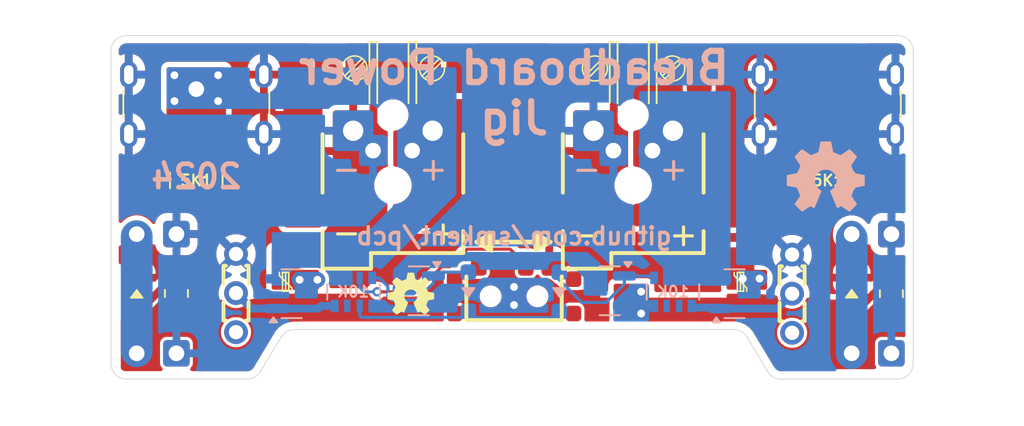
<source format=kicad_pcb>
(kicad_pcb (version 20240108) (generator "pcbnew") (generator_version "8.0")
  (layers (0 "F.Cu" signal) (31 "B.Cu" signal) (34 "B.Paste" user) (35 "F.Paste" user) (36 "B.SilkS" user "B.Silkscreen") (37 "F.SilkS" user "F.Silkscreen") (38 "B.Mask" user) (39 "F.Mask" user) (44 "Edge.Cuts" user))
  (net 0 "")
  (net 1 "GND")
  (net 3 "VOUT_LEFT")
  (net 4 "VOUT_RIGHT")
  (net 5 "Net-(J0-CC2)")
  (net 6 "Net-(J0-CC1)")
  (net 7 "Net-(J4-CC2)")
  (net 8 "Net-(J4-CC1)")
  (net 10 "Net-(Q1-G)")
  (net 12 "Net-(Q2-G)")
  (net 14 "VIN_LEFT")
  (net 15 "VIN_RIGHT")
  (net 16 "Net-(D1-A)")
  (net 17 "Net-(D1-K)")
  (net 18 "Net-(D2-A)")
  (net 20 "Net-(D3-A)")
  (net 21 "Net-(D4-A)")
  (net 24 "VOUT_LEFT_FUSE")
  (net 25 "VOUT_RIGHT_FUSE")
  (net 26 "Net-(RN3B-R2.2)")
  (net 28 "VOUT_BRIDGE")
  (footprint "custom:Conn_Combo_DC-050_TerminalBlock_JST-XH-2P-horizontal-TH-or-SMD_compact" (layer "F.Cu") (at 196.723 84.83)
    (property "Reference" "J1" (hide yes))
    (property "Value" "Barrel_Jack_Switch")
    (pad "" np_thru_hole circle (at 0 -3.55 270) (size 1.5 1.5) (drill 1.5) (layers "F&B.Cu" "*.Mask"))
    (pad "" np_thru_hole circle (at 0 0.95 270) (size 1.9 1.9) (drill 1.9) (layers "F&B.Cu" "*.Mask"))
    (pad "1" smd custom (at 1.23 -1.27) (size 1.4 2) (layers "F.Cu" "F.Paste" "F.Mask") (net 14 "VIN_LEFT") (options (clearance outline) (anchor rect)) (primitives (gr_poly (pts (xy -0.134212 -2.164434) (xy -0.130987 -2.19653) (xy -0.129402 -2.278056) (xy -0.129364 -2.281944) (arc (start -0.129364 -2.38) (mid -0.070786 -2.521423) (end 0.070636 -2.58)) (arc (start 2.41 -2.58) (mid 2.551421 -2.521421) (end 2.61 -2.38)) (arc (start 2.61 2.97) (mid 2.551421 3.111421) (end 2.41 3.17)) (arc (start 0.21 3.17) (mid 0.068579 3.111421) (end 0.01 2.97)) (xy 0.01 2.221795) (xy 0.009968 2.218205) (xy 0.008448 2.133555) (xy 0.00584 2.104752) (xy -0.021869 1.935932) (xy -0.029722 1.904393) (xy -0.083832 1.744002) (xy -0.096689 1.714152) (xy -0.176064 1.564641) (xy -0.193586 1.537268) (xy -0.296127 1.40259) (xy -0.317853 1.378416) (xy -0.440856 1.262124) (xy -0.466209 1.241788) (xy -0.606423 1.146954) (xy -0.634735 1.130993) (xy -0.790096 1.059367) (xy -0.81717 1.049188) (xy -0.900085 1.024694) (xy -0.9 -1.23) (xy -0.820855 -1.256576) (xy -0.791206 -1.269275) (xy -0.645287 -1.346248) (xy -0.614983 -1.365923) (xy -0.486833 -1.466682) (xy -0.460565 -1.491487) (xy -0.352634 -1.613657) (xy -0.331256 -1.642786) (xy -0.247067 -1.782381) (xy -0.231278 -1.814879) (xy -0.173578 -1.967343) (xy -0.163894 -2.002151)) (width 0) (fill yes))))
    (pad "1" thru_hole oval (at 1.23 -1.27 180) (size 1.8 2) (drill 1) (layers "*.Cu" "*.Mask") (net 14 "VIN_LEFT"))
    (pad "1" thru_hole circle (at 2.54 -2.54) (size 2.6 2.6) (drill 1.3) (layers "*.Cu" "*.Mask") (net 14 "VIN_LEFT"))
    (pad "1" smd roundrect (at 5.75 -3.55 270) (size 2 2.5) (layers "F.Cu" "F.Paste" "F.Mask") (roundrect_rratio 0.125) (net 14 "VIN_LEFT"))
    (pad "1" smd roundrect (at 5.75 2.65 270) (size 2 2.5) (layers "F.Cu" "F.Paste" "F.Mask") (roundrect_rratio 0.125) (net 14 "VIN_LEFT"))
    (pad "2" smd roundrect (at -5.75 -3.55 270) (size 2 2.5) (layers "F.Cu" "F.Paste" "F.Mask") (roundrect_rratio 0.125) (net 1 "GND"))
    (pad "2" thru_hole roundrect (at -2.54 -2.54) (size 2.6 2.6) (drill 1.3) (layers "*.Cu" "*.Mask") (roundrect_rratio 0.09615384615) (net 1 "GND"))
    (pad "2" thru_hole roundrect (at -1.27 -1.27 180) (size 1.8 2) (drill 1) (layers "*.Cu" "*.Mask") (roundrect_rratio 0.1388888889) (net 1 "GND"))
    (pad "2" smd custom (at -1.24 -1.24) (size 1.4 2) (layers "F.Cu" "F.Paste" "F.Mask") (net 1 "GND") (options (clearance outline) (anchor rect)) (primitives (gr_poly (pts (xy 0.144212 -2.194434) (xy 0.140987 -2.22653) (xy 0.139402 -2.308056) (xy 0.139364 -2.311944) (arc (start 0.139364 -2.41) (mid 0.080786 -2.551423) (end -0.060636 -2.61)) (arc (start -2.4 -2.61) (mid -2.541421 -2.551421) (end -2.6 -2.41)) (arc (start -2.6 2.94) (mid -2.541421 3.081421) (end -2.4 3.14)) (arc (start -0.2 3.14) (mid -0.058579 3.081421) (end 0 2.94)) (xy 0 2.191795) (xy 0.000032 2.188205) (xy 0.001552 2.103555) (xy 0.00416 2.074752) (xy 0.031869 1.905932) (xy 0.039722 1.874393) (xy 0.093832 1.714002) (xy 0.106689 1.684152) (xy 0.186064 1.534641) (xy 0.203586 1.507268) (xy 0.306127 1.37259) (xy 0.327853 1.348416) (xy 0.450856 1.232124) (xy 0.476209 1.211788) (xy 0.616423 1.116954) (xy 0.644735 1.100993) (xy 0.800096 1.029367) (xy 0.82717 1.019188) (xy 0.910085 0.994694) (xy 0.91 -1.26) (xy 0.830855 -1.286576) (xy 0.801206 -1.299275) (xy 0.655287 -1.376248) (xy 0.624983 -1.395923) (xy 0.496833 -1.496682) (xy 0.470565 -1.521487) (xy 0.362634 -1.643657) (xy 0.341256 -1.672786) (xy 0.257067 -1.812381) (xy 0.241278 -1.844879) (xy 0.183578 -1.997343) (xy 0.173894 -2.032151)) (width 0) (fill yes))))
    (pad "3" smd roundrect (at -5.75 2.65 270) (size 2 2.5) (layers "F.Cu" "F.Paste" "F.Mask") (roundrect_rratio 0.125))
    (pad "4" smd roundrect (at -4.18 -6.5) (size 1.6 3.1) (layers "F.Cu" "F.Paste" "F.Mask") (roundrect_rratio 0.15625))
    (pad "5" smd roundrect (at 4.22 -6.5) (size 1.6 3.1) (layers "F.Cu" "F.Paste" "F.Mask") (roundrect_rratio 0.15625))
  )
  (footprint "Resistor_SMD:R_Array_Convex_4x0603" (layer "F.Cu") (at 224.536 85.471 -90)
    (property "Reference" "RN2" (hide yes))
    (property "Value" "5K1")
    (pad "1" smd rect (at -0.9 -1.2 270) (size 0.8 0.5) (layers "F.Cu" "F.Paste" "F.Mask") (net 1 "GND"))
    (pad "2" smd rect (at -0.9 -0.4 270) (size 0.8 0.4) (layers "F.Cu" "F.Paste" "F.Mask") (net 8 "Net-(J4-CC1)"))
    (pad "3" smd rect (at -0.9 0.4 270) (size 0.8 0.4) (layers "F.Cu" "F.Paste" "F.Mask") (net 7 "Net-(J4-CC2)"))
    (pad "4" smd rect (at -0.9 1.2 270) (size 0.8 0.5) (layers "F.Cu" "F.Paste" "F.Mask") (net 1 "GND"))
    (pad "5" smd rect (at 0.9 1.2 270) (size 0.8 0.5) (layers "F.Cu" "F.Paste" "F.Mask") (net 1 "GND"))
    (pad "6" smd rect (at 0.9 0.4 270) (size 0.8 0.4) (layers "F.Cu" "F.Paste" "F.Mask") (net 1 "GND"))
    (pad "7" smd rect (at 0.9 -0.4 270) (size 0.8 0.4) (layers "F.Cu" "F.Paste" "F.Mask") (net 1 "GND"))
    (pad "8" smd rect (at 0.9 -1.2 270) (size 0.8 0.5) (layers "F.Cu" "F.Paste" "F.Mask") (net 1 "GND"))
  )
  (footprint "lcsc:SW-SMD_3P-P1.50_L2.7-W6.6" (layer "F.Cu") (at 204.47 92.42)
    (property "Reference" "SW3" (hide yes))
    (property "Value" "SW_SPDT")
    (pad "" np_thru_hole circle (at -1.5 0.46) (size 0.9 0.9) (drill 0.9) (layers "F&B.Cu" "*.Mask"))
    (pad "" np_thru_hole circle (at 1.5 0.46) (size 0.9 0.9) (drill 0.9) (layers "F&B.Cu" "*.Mask"))
    (pad "1" smd roundrect (at -2.25 -1.56) (size 1 1.4) (layers "F.Cu" "F.Paste" "F.Mask"))
    (pad "2" smd roundrect (at 0.75 -1.56) (size 1 1.4) (layers "F.Cu" "F.Paste" "F.Mask") (net 26 "Net-(RN3B-R2.2)"))
    (pad "3" smd roundrect (at 2.25 -1.56) (size 1 1.4) (layers "F.Cu" "F.Paste" "F.Mask") (net 1 "GND"))
    (pad "MP" smd roundrect (at -3.8 -0.64) (size 1 1) (layers "F.Cu" "F.Paste" "F.Mask"))
    (pad "MP" smd roundrect (at -3.8 1.56) (size 1 1) (layers "F.Cu" "F.Paste" "F.Mask"))
    (pad "MP" smd roundrect (at 3.8 -0.64) (size 1 1) (layers "F.Cu" "F.Paste" "F.Mask"))
    (pad "MP" smd roundrect (at 3.8 1.56) (size 1 1) (layers "F.Cu" "F.Paste" "F.Mask"))
  )
  (footprint "custom:LED_0805_2012Metric_Pad1.15x1.40mm_HandSolder_simple" (layer "F.Cu") (at 180.34 92.719 -90)
    (property "Reference" "D3" (hide yes))
    (property "Value" "LED")
    (pad "1" smd roundrect (at -1.025 0 270) (size 1.15 1.4) (layers "F.Cu" "F.Paste" "F.Mask") (roundrect_rratio 0.217391) (net 1 "GND"))
    (pad "2" smd roundrect (at 1.025 0 270) (size 1.15 1.4) (layers "F.Cu" "F.Paste" "F.Mask") (roundrect_rratio 0.217391) (net 20 "Net-(D3-A)"))
  )
  (footprint "graphics:oshw-logo-3mm" (layer "F.Cu") (at 197.866 92.71)
    (property "Reference" "G***" (hide yes))
    (property "Value" "LOGO" (hide yes))
  )
  (footprint "custom:Conn_Combo_DC-050_TerminalBlock_JST-XH-2P-horizontal-TH-or-SMD_compact" (layer "F.Cu") (at 212.09 84.83)
    (property "Reference" "J2" (hide yes))
    (property "Value" "Barrel_Jack_Switch")
    (pad "" np_thru_hole circle (at 0 -3.55 270) (size 1.5 1.5) (drill 1.5) (layers "F&B.Cu" "*.Mask"))
    (pad "" np_thru_hole circle (at 0 0.95 270) (size 1.9 1.9) (drill 1.9) (layers "F&B.Cu" "*.Mask"))
    (pad "1" smd custom (at 1.23 -1.27) (size 1.4 2) (layers "F.Cu" "F.Paste" "F.Mask") (net 15 "VIN_RIGHT") (options (clearance outline) (anchor rect)) (primitives (gr_poly (pts (xy -0.134212 -2.164434) (xy -0.130987 -2.19653) (xy -0.129402 -2.278056) (xy -0.129364 -2.281944) (arc (start -0.129364 -2.38) (mid -0.070786 -2.521423) (end 0.070636 -2.58)) (arc (start 2.41 -2.58) (mid 2.551421 -2.521421) (end 2.61 -2.38)) (arc (start 2.61 2.97) (mid 2.551421 3.111421) (end 2.41 3.17)) (arc (start 0.21 3.17) (mid 0.068579 3.111421) (end 0.01 2.97)) (xy 0.01 2.221795) (xy 0.009968 2.218205) (xy 0.008448 2.133555) (xy 0.00584 2.104752) (xy -0.021869 1.935932) (xy -0.029722 1.904393) (xy -0.083832 1.744002) (xy -0.096689 1.714152) (xy -0.176064 1.564641) (xy -0.193586 1.537268) (xy -0.296127 1.40259) (xy -0.317853 1.378416) (xy -0.440856 1.262124) (xy -0.466209 1.241788) (xy -0.606423 1.146954) (xy -0.634735 1.130993) (xy -0.790096 1.059367) (xy -0.81717 1.049188) (xy -0.900085 1.024694) (xy -0.9 -1.23) (xy -0.820855 -1.256576) (xy -0.791206 -1.269275) (xy -0.645287 -1.346248) (xy -0.614983 -1.365923) (xy -0.486833 -1.466682) (xy -0.460565 -1.491487) (xy -0.352634 -1.613657) (xy -0.331256 -1.642786) (xy -0.247067 -1.782381) (xy -0.231278 -1.814879) (xy -0.173578 -1.967343) (xy -0.163894 -2.002151)) (width 0) (fill yes))))
    (pad "1" thru_hole oval (at 1.23 -1.27 180) (size 1.8 2) (drill 1) (layers "*.Cu" "*.Mask") (net 15 "VIN_RIGHT"))
    (pad "1" thru_hole circle (at 2.54 -2.54) (size 2.6 2.6) (drill 1.3) (layers "*.Cu" "*.Mask") (net 15 "VIN_RIGHT"))
    (pad "1" smd roundrect (at 5.75 -3.55 270) (size 2 2.5) (layers "F.Cu" "F.Paste" "F.Mask") (roundrect_rratio 0.125) (net 15 "VIN_RIGHT"))
    (pad "1" smd roundrect (at 5.75 2.65 270) (size 2 2.5) (layers "F.Cu" "F.Paste" "F.Mask") (roundrect_rratio 0.125) (net 15 "VIN_RIGHT"))
    (pad "2" smd roundrect (at -5.75 -3.55 270) (size 2 2.5) (layers "F.Cu" "F.Paste" "F.Mask") (roundrect_rratio 0.125) (net 1 "GND"))
    (pad "2" thru_hole roundrect (at -2.54 -2.54) (size 2.6 2.6) (drill 1.3) (layers "*.Cu" "*.Mask") (roundrect_rratio 0.09615384615) (net 1 "GND"))
    (pad "2" thru_hole roundrect (at -1.27 -1.27 180) (size 1.8 2) (drill 1) (layers "*.Cu" "*.Mask") (roundrect_rratio 0.1388888889) (net 1 "GND"))
    (pad "2" smd custom (at -1.24 -1.24) (size 1.4 2) (layers "F.Cu" "F.Paste" "F.Mask") (net 1 "GND") (options (clearance outline) (anchor rect)) (primitives (gr_poly (pts (xy 0.144212 -2.194434) (xy 0.140987 -2.22653) (xy 0.139402 -2.308056) (xy 0.139364 -2.311944) (arc (start 0.139364 -2.41) (mid 0.080786 -2.551423) (end -0.060636 -2.61)) (arc (start -2.4 -2.61) (mid -2.541421 -2.551421) (end -2.6 -2.41)) (arc (start -2.6 2.94) (mid -2.541421 3.081421) (end -2.4 3.14)) (arc (start -0.2 3.14) (mid -0.058579 3.081421) (end 0 2.94)) (xy 0 2.191795) (xy 0.000032 2.188205) (xy 0.001552 2.103555) (xy 0.00416 2.074752) (xy 0.031869 1.905932) (xy 0.039722 1.874393) (xy 0.093832 1.714002) (xy 0.106689 1.684152) (xy 0.186064 1.534641) (xy 0.203586 1.507268) (xy 0.306127 1.37259) (xy 0.327853 1.348416) (xy 0.450856 1.232124) (xy 0.476209 1.211788) (xy 0.616423 1.116954) (xy 0.644735 1.100993) (xy 0.800096 1.029367) (xy 0.82717 1.019188) (xy 0.910085 0.994694) (xy 0.91 -1.26) (xy 0.830855 -1.286576) (xy 0.801206 -1.299275) (xy 0.655287 -1.376248) (xy 0.624983 -1.395923) (xy 0.496833 -1.496682) (xy 0.470565 -1.521487) (xy 0.362634 -1.643657) (xy 0.341256 -1.672786) (xy 0.257067 -1.812381) (xy 0.241278 -1.844879) (xy 0.183578 -1.997343) (xy 0.173894 -2.032151)) (width 0) (fill yes))))
    (pad "3" smd roundrect (at -5.75 2.65 270) (size 2 2.5) (layers "F.Cu" "F.Paste" "F.Mask") (roundrect_rratio 0.125))
    (pad "4" smd roundrect (at -4.18 -6.5) (size 1.6 3.1) (layers "F.Cu" "F.Paste" "F.Mask") (roundrect_rratio 0.15625))
    (pad "5" smd roundrect (at 4.22 -6.5) (size 1.6 3.1) (layers "F.Cu" "F.Paste" "F.Mask") (roundrect_rratio 0.15625))
  )
  (footprint "custom:LED_0805_2012Metric_Pad1.15x1.40mm_HandSolder_simple" (layer "F.Cu") (at 226.06 92.71 -90)
    (property "Reference" "D4" (hide yes))
    (property "Value" "LED")
    (pad "1" smd roundrect (at -1.025 0 270) (size 1.15 1.4) (layers "F.Cu" "F.Paste" "F.Mask") (roundrect_rratio 0.217391) (net 1 "GND"))
    (pad "2" smd roundrect (at 1.025 0 270) (size 1.15 1.4) (layers "F.Cu" "F.Paste" "F.Mask") (roundrect_rratio 0.217391) (net 21 "Net-(D4-A)"))
  )
  (footprint "custom:SW-TH_DEALON_SS-12D01-GX_simple" (layer "F.Cu") (at 222.25 92.71 90)
    (property "Reference" "SW2" (hide yes))
    (property "Value" "SW_SPDT")
    (pad "1" thru_hole circle (at -2.5 0 90) (size 1.52 1.52) (drill 0.9144) (layers "*.Cu" "*.Mask"))
    (pad "2" thru_hole circle (at 0 0 90) (size 1.52 1.52) (drill 0.9144) (layers "*.Cu" "*.Mask") (net 12 "Net-(Q2-G)"))
    (pad "3" thru_hole circle (at 2.5 0 90) (size 1.52 1.52) (drill 0.9144) (layers "*.Cu" "*.Mask") (net 1 "GND"))
  )
  (footprint "Resistor_SMD:R_0805_2012Metric_Pad1.20x1.40mm_HandSolder" (layer "F.Cu") (at 182.88 92.694 90)
    (property "Reference" "R6" (hide yes))
    (property "Value" "2K2")
    (pad "1" smd roundrect (at -1 0 90) (size 1.2 1.4) (layers "F.Cu" "F.Paste" "F.Mask") (roundrect_rratio 0.208333) (net 3 "VOUT_LEFT"))
    (pad "2" smd roundrect (at 1 0 90) (size 1.2 1.4) (layers "F.Cu" "F.Paste" "F.Mask") (roundrect_rratio 0.208333) (net 20 "Net-(D3-A)"))
  )
  (footprint "custom:Fuse_1206_3216Metric_Pad1.42x1.75mm_HandSolder_simple" (layer "F.Cu") (at 189.865 91.948 -90)
    (property "Reference" "F1" (hide yes))
    (property "Value" "Polyfuse")
    (pad "1" smd roundrect (at -1.4875 0 270) (size 1.425 1.75) (layers "F.Cu" "F.Paste" "F.Mask") (roundrect_rratio 0.175439) (net 24 "VOUT_LEFT_FUSE"))
    (pad "2" smd roundrect (at 1.4875 0 270) (size 1.425 1.75) (layers "F.Cu" "F.Paste" "F.Mask") (roundrect_rratio 0.175439) (net 3 "VOUT_LEFT"))
  )
  (footprint "custom:USB_C_Receptacle_GCT_USB4125-xx-x_6P_TopMnt_Horizontal_handsolder" (layer "F.Cu") (at 224.536 79.502 180)
    (property "Reference" "J4" (hide yes))
    (property "Value" "USB_C_Receptacle_PowerOnly_6P")
    (pad "A5" smd roundrect (at -0.5 -3.28 180) (size 0.7 1.6) (layers "F.Cu" "F.Paste" "F.Mask") (net 8 "Net-(J4-CC1)"))
    (pad "A9" smd roundrect (at 1.52 -3.28) (size 0.76 1.6) (layers "F.Cu" "F.Paste" "F.Mask") (net 15 "VIN_RIGHT"))
    (pad "A12" smd roundrect (at 2.75 -3.28) (size 0.8 1.6) (layers "F.Cu" "F.Paste" "F.Mask") (net 1 "GND"))
    (pad "B5" smd roundrect (at 0.5 -3.28) (size 0.7 1.6) (layers "F.Cu" "F.Paste" "F.Mask") (net 7 "Net-(J4-CC2)"))
    (pad "B9" smd roundrect (at -1.52 -3.28 180) (size 0.76 1.6) (layers "F.Cu" "F.Paste" "F.Mask") (net 15 "VIN_RIGHT"))
    (pad "B12" smd roundrect (at -2.75 -3.28 180) (size 0.8 1.6) (layers "F.Cu" "F.Paste" "F.Mask") (net 1 "GND"))
    (pad "S1" thru_hole oval (at -4.32 -3 180) (size 1.1 1.7) (drill oval 0.6 1.2) (layers "*.Cu" "*.Mask" "F.Paste") (net 1 "GND"))
    (pad "S1" thru_hole oval (at -4.32 0.8 180) (size 1.1 1.7) (drill oval 0.6 1.2) (layers "*.Cu" "*.Mask" "F.Paste") (net 1 "GND"))
    (pad "S1" thru_hole oval (at 4.32 -3 180) (size 1.1 1.7) (drill oval 0.6 1.2) (layers "*.Cu" "*.Mask" "F.Paste") (net 1 "GND"))
    (pad "S1" thru_hole oval (at 4.32 0.8 180) (size 1.1 1.7) (drill oval 0.6 1.2) (layers "*.Cu" "*.Mask" "F.Paste") (net 1 "GND"))
  )
  (footprint "Resistor_SMD:R_Array_Convex_4x0603" (layer "F.Cu") (at 184.15 85.471 -90)
    (property "Reference" "RN1" (hide yes))
    (property "Value" "5K1")
    (pad "1" smd rect (at -0.9 -1.2 270) (size 0.8 0.5) (layers "F.Cu" "F.Paste" "F.Mask") (net 1 "GND"))
    (pad "2" smd rect (at -0.9 -0.4 270) (size 0.8 0.4) (layers "F.Cu" "F.Paste" "F.Mask") (net 6 "Net-(J0-CC1)"))
    (pad "3" smd rect (at -0.9 0.4 270) (size 0.8 0.4) (layers "F.Cu" "F.Paste" "F.Mask") (net 5 "Net-(J0-CC2)"))
    (pad "4" smd rect (at -0.9 1.2 270) (size 0.8 0.5) (layers "F.Cu" "F.Paste" "F.Mask") (net 1 "GND"))
    (pad "5" smd rect (at 0.9 1.2 270) (size 0.8 0.5) (layers "F.Cu" "F.Paste" "F.Mask") (net 1 "GND"))
    (pad "6" smd rect (at 0.9 0.4 270) (size 0.8 0.4) (layers "F.Cu" "F.Paste" "F.Mask") (net 1 "GND"))
    (pad "7" smd rect (at 0.9 -0.4 270) (size 0.8 0.4) (layers "F.Cu" "F.Paste" "F.Mask") (net 1 "GND"))
    (pad "8" smd rect (at 0.9 -1.2 270) (size 0.8 0.5) (layers "F.Cu" "F.Paste" "F.Mask") (net 1 "GND"))
  )
  (footprint "custom:SW-TH_DEALON_SS-12D01-GX_simple" (layer "F.Cu") (at 186.69 92.67 90)
    (property "Reference" "SW1" (hide yes))
    (property "Value" "SW_SPDT")
    (pad "1" thru_hole circle (at -2.5 0 90) (size 1.52 1.52) (drill 0.9144) (layers "*.Cu" "*.Mask"))
    (pad "2" thru_hole circle (at 0 0 90) (size 1.52 1.52) (drill 0.9144) (layers "*.Cu" "*.Mask") (net 10 "Net-(Q1-G)"))
    (pad "3" thru_hole circle (at 2.5 0 90) (size 1.52 1.52) (drill 0.9144) (layers "*.Cu" "*.Mask") (net 1 "GND"))
  )
  (footprint "Resistor_SMD:R_0805_2012Metric_Pad1.20x1.40mm_HandSolder" (layer "F.Cu") (at 228.6 92.71 90)
    (property "Reference" "R7" (hide yes))
    (property "Value" "2K2")
    (pad "1" smd roundrect (at -1 0 90) (size 1.2 1.4) (layers "F.Cu" "F.Paste" "F.Mask") (roundrect_rratio 0.208333) (net 4 "VOUT_RIGHT"))
    (pad "2" smd roundrect (at 1 0 90) (size 1.2 1.4) (layers "F.Cu" "F.Paste" "F.Mask") (roundrect_rratio 0.208333) (net 21 "Net-(D4-A)"))
  )
  (footprint "custom:USB_C_Receptacle_GCT_USB4125-xx-x_6P_TopMnt_Horizontal_handsolder" (layer "F.Cu") (at 184.152 79.502 180)
    (property "Reference" "J0" (hide yes))
    (property "Value" "USB_C_Receptacle_PowerOnly_6P")
    (pad "A5" smd roundrect (at -0.5 -3.28 180) (size 0.7 1.6) (layers "F.Cu" "F.Paste" "F.Mask") (net 6 "Net-(J0-CC1)"))
    (pad "A9" smd roundrect (at 1.52 -3.28) (size 0.76 1.6) (layers "F.Cu" "F.Paste" "F.Mask") (net 14 "VIN_LEFT"))
    (pad "A12" smd roundrect (at 2.75 -3.28) (size 0.8 1.6) (layers "F.Cu" "F.Paste" "F.Mask") (net 1 "GND"))
    (pad "B5" smd roundrect (at 0.5 -3.28) (size 0.7 1.6) (layers "F.Cu" "F.Paste" "F.Mask") (net 5 "Net-(J0-CC2)"))
    (pad "B9" smd roundrect (at -1.52 -3.28 180) (size 0.76 1.6) (layers "F.Cu" "F.Paste" "F.Mask") (net 14 "VIN_LEFT"))
    (pad "B12" smd roundrect (at -2.75 -3.28 180) (size 0.8 1.6) (layers "F.Cu" "F.Paste" "F.Mask") (net 1 "GND"))
    (pad "S1" thru_hole oval (at -4.32 -3 180) (size 1.1 1.7) (drill oval 0.6 1.2) (layers "*.Cu" "*.Mask" "F.Paste") (net 1 "GND"))
    (pad "S1" thru_hole oval (at -4.32 0.8 180) (size 1.1 1.7) (drill oval 0.6 1.2) (layers "*.Cu" "*.Mask" "F.Paste") (net 1 "GND"))
    (pad "S1" thru_hole oval (at 4.32 -3 180) (size 1.1 1.7) (drill oval 0.6 1.2) (layers "*.Cu" "*.Mask" "F.Paste") (net 1 "GND"))
    (pad "S1" thru_hole oval (at 4.32 0.8 180) (size 1.1 1.7) (drill oval 0.6 1.2) (layers "*.Cu" "*.Mask" "F.Paste") (net 1 "GND"))
  )
  (footprint "custom:Fuse_1206_3216Metric_Pad1.42x1.75mm_HandSolder_simple" (layer "F.Cu") (at 218.948 91.948 -90)
    (property "Reference" "F2" (hide yes))
    (property "Value" "Polyfuse")
    (pad "1" smd roundrect (at -1.4875 0 270) (size 1.425 1.75) (layers "F.Cu" "F.Paste" "F.Mask") (roundrect_rratio 0.175439) (net 25 "VOUT_RIGHT_FUSE"))
    (pad "2" smd roundrect (at 1.4875 0 270) (size 1.425 1.75) (layers "F.Cu" "F.Paste" "F.Mask") (roundrect_rratio 0.175439) (net 4 "VOUT_RIGHT"))
  )
  (footprint "custom:SolderJumper-2_P1.3mm_Open_RoundedPad1.0x1.5mm_simple" (layer "F.Cu") (at 210.708 93.726)
    (property "Reference" "JP1" (hide yes))
    (property "Value" "SolderJumper_2_Open")
    (pad "1" smd custom (at -0.65 0) (size 1 0.5) (layers "F.Cu" "F.Mask") (net 3 "VOUT_LEFT") (options (clearance outline) (anchor rect)) (primitives (gr_circle (center 0 0.25) (end 0.5 0.25) (width 0) (fill yes)) (gr_circle (center 0 -0.25) (end 0.5 -0.25) (width 0) (fill yes)) (gr_poly (pts (xy 0.5 0.75) (xy 0 0.75) (xy 0 -0.75) (xy 0.5 -0.75)) (width 0) (fill yes))))
    (pad "2" smd custom (at 0.65 0) (size 1 0.5) (layers "F.Cu" "F.Mask") (net 4 "VOUT_RIGHT") (options (clearance outline) (anchor rect)) (primitives (gr_circle (center 0 0.25) (end 0.5 0.25) (width 0) (fill yes)) (gr_circle (center 0 -0.25) (end 0.5 -0.25) (width 0) (fill yes)) (gr_poly (pts (xy 0 0.75) (xy -0.5 0.75) (xy -0.5 -0.75) (xy 0 -0.75)) (width 0) (fill yes))))
  )
  (footprint "custom:PinHeader_1x02_P2.54mm_Vertical_simple_pad2gnd" (layer "B.Cu") (at 180.34 96.52 -90)
    (property "Reference" "JLEFT1" (hide yes))
    (property "Value" "Conn_01x02")
    (pad "1" thru_hole oval (at 0 0 270) (size 1.7 1.7) (drill 1) (layers "*.Cu" "*.Mask") (net 3 "VOUT_LEFT"))
    (pad "2" thru_hole roundrect (at 0 -2.54 270) (size 1.7 1.7) (drill 1) (layers "*.Cu" "*.Mask") (roundrect_rratio 0.1470588235) (net 1 "GND"))
  )
  (footprint "Package_TO_SOT_SMD:SOT-23" (layer "B.Cu") (at 198.374 92.523 180)
    (property "Reference" "Q3" (hide yes))
    (property "Value" "AO3401A")
    (pad "1" smd roundrect (at -0.9375 0.95 180) (size 1.475 0.6) (layers "B.Cu" "B.Paste" "B.Mask") (net 16 "Net-(D1-A)"))
    (pad "2" smd roundrect (at -0.9375 -0.95 180) (size 1.475 0.6) (layers "B.Cu" "B.Paste" "B.Mask") (net 3 "VOUT_LEFT"))
    (pad "3" smd roundrect (at 0.9375 0 180) (size 1.475 0.6) (layers "B.Cu" "B.Paste" "B.Mask") (net 28 "VOUT_BRIDGE"))
  )
  (footprint "Package_TO_SOT_SMD:SOT-23" (layer "B.Cu") (at 210.5891 92.523 180)
    (property "Reference" "Q4" (hide yes))
    (property "Value" "AO3401A")
    (pad "1" smd roundrect (at -0.9375 0.95 180) (size 1.475 0.6) (layers "B.Cu" "B.Paste" "B.Mask") (net 18 "Net-(D2-A)"))
    (pad "2" smd roundrect (at -0.9375 -0.95 180) (size 1.475 0.6) (layers "B.Cu" "B.Paste" "B.Mask") (net 4 "VOUT_RIGHT"))
    (pad "3" smd roundrect (at 0.9375 0 180) (size 1.475 0.6) (layers "B.Cu" "B.Paste" "B.Mask") (net 28 "VOUT_BRIDGE"))
  )
  (footprint "Package_TO_SOT_SMD:SOT-23" (layer "B.Cu") (at 218.567 92.71)
    (property "Reference" "Q2" (hide yes))
    (property "Value" "AO3401A")
    (pad "1" smd roundrect (at -0.9375 0.95) (size 1.475 0.6) (layers "B.Cu" "B.Paste" "B.Mask") (net 12 "Net-(Q2-G)"))
    (pad "2" smd roundrect (at -0.9375 -0.95) (size 1.475 0.6) (layers "B.Cu" "B.Paste" "B.Mask") (net 15 "VIN_RIGHT"))
    (pad "3" smd roundrect (at 0.9375 0) (size 1.475 0.6) (layers "B.Cu" "B.Paste" "B.Mask") (net 25 "VOUT_RIGHT_FUSE"))
  )
  (footprint "custom:PinHeader_1x02_P2.54mm_Vertical_simple_pad2gnd" (layer "B.Cu") (at 180.34 88.9 -90)
    (property "Reference" "JLEFT0" (hide yes))
    (property "Value" "Conn_01x02")
    (pad "1" thru_hole oval (at 0 0 270) (size 1.7 1.7) (drill 1) (layers "*.Cu" "*.Mask") (net 3 "VOUT_LEFT"))
    (pad "2" thru_hole roundrect (at 0 -2.54 270) (size 1.7 1.7) (drill 1) (layers "*.Cu" "*.Mask") (roundrect_rratio 0.1470588235) (net 1 "GND"))
  )
  (footprint "custom:PinHeader_1x02_P2.54mm_Vertical_simple_pad2gnd" (layer "B.Cu") (at 226.06 96.52 -90)
    (property "Reference" "JRIGHT1" (hide yes))
    (property "Value" "Conn_01x02")
    (pad "1" thru_hole oval (at 0 0 270) (size 1.7 1.7) (drill 1) (layers "*.Cu" "*.Mask") (net 4 "VOUT_RIGHT"))
    (pad "2" thru_hole roundrect (at 0 -2.54 270) (size 1.7 1.7) (drill 1) (layers "*.Cu" "*.Mask") (roundrect_rratio 0.1470588235) (net 1 "GND"))
  )
  (footprint "custom:D_SOD-323_HandSoldering_simple" (layer "B.Cu") (at 201.549 92.583 90)
    (property "Reference" "D1" (hide yes))
    (property "Value" "1N4148WS")
    (pad "1" smd roundrect (at -1.25 0 90) (size 1 1) (layers "B.Cu" "B.Paste" "B.Mask") (net 17 "Net-(D1-K)"))
    (pad "2" smd roundrect (at 1.25 0 90) (size 1 1) (layers "B.Cu" "B.Paste" "B.Mask") (net 16 "Net-(D1-A)"))
  )
  (footprint "Resistor_SMD:R_Array_Convex_4x0603" (layer "B.Cu") (at 194.202 92.594 90)
    (property "Reference" "RN3" (hide yes))
    (property "Value" "10K")
    (pad "1" smd rect (at -0.9 1.2 90) (size 0.8 0.5) (layers "B.Cu" "B.Paste" "B.Mask") (net 3 "VOUT_LEFT"))
    (pad "2" smd rect (at -0.9 0.4 90) (size 0.8 0.4) (layers "B.Cu" "B.Paste" "B.Mask") (net 17 "Net-(D1-K)"))
    (pad "3" smd rect (at -0.9 -0.4 90) (size 0.8 0.4) (layers "B.Cu" "B.Paste" "B.Mask"))
    (pad "4" smd rect (at -0.9 -1.2 90) (size 0.8 0.5) (layers "B.Cu" "B.Paste" "B.Mask") (net 10 "Net-(Q1-G)"))
    (pad "5" smd rect (at 0.9 -1.2 90) (size 0.8 0.5) (layers "B.Cu" "B.Paste" "B.Mask") (net 14 "VIN_LEFT"))
    (pad "6" smd rect (at 0.9 -0.4 90) (size 0.8 0.4) (layers "B.Cu" "B.Paste" "B.Mask") (net 14 "VIN_LEFT"))
    (pad "7" smd rect (at 0.9 0.4 90) (size 0.8 0.4) (layers "B.Cu" "B.Paste" "B.Mask") (net 26 "Net-(RN3B-R2.2)"))
    (pad "8" smd rect (at 0.9 1.2 90) (size 0.8 0.5) (layers "B.Cu" "B.Paste" "B.Mask") (net 16 "Net-(D1-A)"))
  )
  (footprint "graphics:oshw-logo-5mm" (layer "B.Cu") (at 224.409 85.217 180)
    (property "Reference" "G***" (hide yes))
    (property "Value" "LOGO" (hide yes))
  )
  (footprint "custom:PinHeader_1x02_P2.54mm_Vertical_simple_pad2gnd" (layer "B.Cu") (at 226.06 88.9 -90)
    (property "Reference" "JRIGHT0" (hide yes))
    (property "Value" "Conn_01x02")
    (pad "1" thru_hole oval (at 0 0 270) (size 1.7 1.7) (drill 1) (layers "*.Cu" "*.Mask") (net 4 "VOUT_RIGHT"))
    (pad "2" thru_hole roundrect (at 0 -2.54 270) (size 1.7 1.7) (drill 1) (layers "*.Cu" "*.Mask") (roundrect_rratio 0.1470588235) (net 1 "GND"))
  )
  (footprint "Resistor_SMD:R_Array_Convex_4x0603" (layer "B.Cu") (at 214.63 92.594 -90)
    (property "Reference" "RN4" (hide yes))
    (property "Value" "10K")
    (pad "1" smd rect (at -0.9 1.2 270) (size 0.8 0.5) (layers "B.Cu" "B.Paste" "B.Mask") (net 18 "Net-(D2-A)"))
    (pad "2" smd rect (at -0.9 0.4 270) (size 0.8 0.4) (layers "B.Cu" "B.Paste" "B.Mask") (net 15 "VIN_RIGHT"))
    (pad "3" smd rect (at -0.9 -0.4 270) (size 0.8 0.4) (layers "B.Cu" "B.Paste" "B.Mask") (net 15 "VIN_RIGHT"))
    (pad "4" smd rect (at -0.9 -1.2 270) (size 0.8 0.5) (layers "B.Cu" "B.Paste" "B.Mask") (net 15 "VIN_RIGHT"))
    (pad "5" smd rect (at 0.9 -1.2 270) (size 0.8 0.5) (layers "B.Cu" "B.Paste" "B.Mask") (net 12 "Net-(Q2-G)"))
    (pad "6" smd rect (at 0.9 -0.4 270) (size 0.8 0.4) (layers "B.Cu" "B.Paste" "B.Mask"))
    (pad "7" smd rect (at 0.9 0.4 270) (size 0.8 0.4) (layers "B.Cu" "B.Paste" "B.Mask"))
    (pad "8" smd rect (at 0.9 1.2 270) (size 0.8 0.5) (layers "B.Cu" "B.Paste" "B.Mask") (net 4 "VOUT_RIGHT"))
  )
  (footprint "custom:D_SOD-323_HandSoldering_simple" (layer "B.Cu") (at 207.3656 92.583 90)
    (property "Reference" "D2" (hide yes))
    (property "Value" "1N4148WS")
    (pad "1" smd roundrect (at -1.25 0 90) (size 1 1) (layers "B.Cu" "B.Paste" "B.Mask") (net 17 "Net-(D1-K)"))
    (pad "2" smd roundrect (at 1.25 0 90) (size 1 1) (layers "B.Cu" "B.Paste" "B.Mask") (net 18 "Net-(D2-A)"))
  )
  (footprint "Package_TO_SOT_SMD:SOT-23" (layer "B.Cu") (at 190.246 92.71)
    (property "Reference" "Q1" (hide yes))
    (property "Value" "AO3401A")
    (pad "1" smd roundrect (at -0.9375 0.95) (size 1.475 0.6) (layers "B.Cu" "B.Paste" "B.Mask") (net 10 "Net-(Q1-G)"))
    (pad "2" smd roundrect (at -0.9375 -0.95) (size 1.475 0.6) (layers "B.Cu" "B.Paste" "B.Mask") (net 14 "VIN_LEFT"))
    (pad "3" smd roundrect (at 0.9375 0) (size 1.475 0.6) (layers "B.Cu" "B.Paste" "B.Mask") (net 24 "VOUT_LEFT_FUSE"))
  )
  (gr_poly (pts (xy 205.867 88.9) (xy 206.756 89.408) (xy 205.867 89.916)) (stroke (width 0.3)) (fill solid) (layer "F.SilkS"))
  (gr_line (start 202.091394 89.408) (end 206.756 89.408) (stroke (width 0.3)) (layer "F.SilkS"))
  (gr_poly (pts (xy 202.980394 88.9) (xy 202.091394 89.408) (xy 202.980394 89.916)) (stroke (width 0.3)) (fill solid) (layer "F.SilkS"))
  (gr_poly (pts (arc (start 187.39381 98.171) (mid 187.886509 98.041199) (end 188.251303 97.685495)) (arc (start 189.573697 95.481504) (mid 189.938491 95.1258) (end 190.43119 94.996)) (arc (start 218.50881 94.996) (mid 219.001509 95.1258) (end 219.366303 95.481504)) (arc (start 220.688697 97.685495) (mid 221.053491 98.0412) (end 221.54619 98.171)) (arc (start 228.997 98.171) (mid 229.704107 97.878107) (end 229.997 97.171)) (arc (start 229.997 77.2) (mid 229.704107 76.492893) (end 228.997 76.2)) (arc (start 179.689 76.2) (mid 178.981893 76.492893) (end 178.689 77.2)) (arc (start 178.689 97.171) (mid 178.981893 97.878107) (end 179.689 98.171))) (stroke (width 0.05)) (fill none) (layer "Edge.Cuts"))
  (gr_text "10K" (at 214.63 92.583 0) (layer "B.SilkS") (effects (font (size 0.7 0.7) (thickness 0.14) (bold yes)) (justify mirror)))
  (gr_text "-" (at 210.185 84.709 0) (layer "B.SilkS") (effects (font (size 1.5 1.5) (thickness 0.2) (bold yes)) (justify left mirror)))
  (gr_text "+" (at 198.247 84.709 0) (layer "B.SilkS") (effects (font (size 1.5 1.5) (thickness 0.2) (bold yes)) (justify right mirror)))
  (gr_text "10K" (at 194.183 92.583 0) (layer "B.SilkS") (effects (font (size 0.7 0.7) (thickness 0.14) (bold yes)) (justify mirror)))
  (gr_text "2024" (at 184.15 85.217 0) (layer "B.SilkS") (effects (font (size 1.5 1.5) (thickness 0.3) (bold yes)) (justify mirror)))
  (gr_text "Breadboard Power\nJig" (at 204.47 79.883 0) (layer "B.SilkS") (effects (font (size 2 2) (thickness 0.4) (bold yes)) (justify mirror)))
  (gr_text "+" (at 213.614 84.709 0) (layer "B.SilkS") (effects (font (size 1.5 1.5) (thickness 0.2) (bold yes)) (justify right mirror)))
  (gr_text "github.com/smkent/pcb" (at 204.47 89.027 0) (layer "B.SilkS") (effects (font (size 1.1 1.1) (thickness 0.22) (bold yes)) (justify mirror)))
  (gr_text "-" (at 194.818 84.709 0) (layer "B.SilkS") (effects (font (size 1.5 1.5) (thickness 0.2) (bold yes)) (justify left mirror)))
  (gr_text "-" (at 210.185 88.9 0) (layer "F.SilkS") (effects (font (size 1.5 1.5) (thickness 0.2) (bold yes)) (justify right)))
  (gr_text "+" (at 198.882 88.773 0) (layer "F.SilkS") (effects (font (size 1.5 1.5) (thickness 0.2) (bold yes)) (justify left)))
  (gr_text "5K1" (at 184.15 85.471 0) (layer "F.SilkS") (effects (font (size 0.7 0.7) (thickness 0.14) (bold yes))))
  (gr_text "-" (at 194.818 88.773 0) (layer "F.SilkS") (effects (font (size 1.5 1.5) (thickness 0.2) (bold yes)) (justify right)))
  (gr_text "+" (at 214.249 88.9 0) (layer "F.SilkS") (effects (font (size 1.5 1.5) (thickness 0.2) (bold yes)) (justify left)))
  (gr_text "5K1" (at 224.536 85.471 0) (layer "F.SilkS") (effects (font (size 0.7 0.7) (thickness 0.14) (bold yes))))
  (via (at 204.47 92.277) (size 1) (drill 0.5) (layers "F.Cu" "B.Cu") (net 3))
  (via (at 204.47 93.434) (size 1) (drill 0.5) (layers "F.Cu" "B.Cu") (net 3))
  (segment (start 195.581 93.673) (end 195.402 93.494) (width 0.5) (layer "B.Cu") (net 3))
  (segment (start 204.47 92.277) (end 204.47 93.434) (width 0.5) (layer "B.Cu") (net 3))
  (segment (start 199.3115 93.473) (end 199.1115 93.673) (width 0.5) (layer "B.Cu") (net 3))
  (segment (start 204.123 91.93) (end 202.576497 91.93) (width 0.5) (layer "B.Cu") (net 3))
  (segment (start 199.1115 93.673) (end 195.581 93.673) (width 0.5) (layer "B.Cu") (net 3))
  (segment (start 199.9015 92.883) (end 199.3115 93.473) (width 0.5) (layer "B.Cu") (net 3))
  (segment (start 201.623497 92.883) (end 199.9015 92.883) (width 0.5) (layer "B.Cu") (net 3))
  (segment (start 202.576497 91.93) (end 201.623497 92.883) (width 0.5) (layer "B.Cu") (net 3))
  (segment (start 204.47 92.277) (end 204.123 91.93) (width 0.5) (layer "B.Cu") (net 3))
  (via (at 212.598 93.98) (size 1) (drill 0.5) (layers "F.Cu" "B.Cu") (net 4))
  (via (at 212.598 92.583) (size 1) (drill 0.5) (layers "F.Cu" "B.Cu") (net 4))
  (segment (start 211.5266 93.473) (end 212.091 93.473) (width 0.5) (layer "B.Cu") (net 4))
  (segment (start 213.105 93.473) (end 213.409 93.473) (width 0.5) (layer "B.Cu") (net 4))
  (segment (start 212.598 93.98) (end 213.105 93.473) (width 0.5) (layer "B.Cu") (net 4))
  (segment (start 213.409 93.473) (end 213.43 93.494) (width 0.5) (layer "B.Cu") (net 4))
  (segment (start 212.091 93.473) (end 212.598 93.98) (width 0.5) (layer "B.Cu") (net 4))
  (segment (start 183.75 84.571) (end 183.652 84.473) (width 0.2) (layer "F.Cu") (net 5))
  (segment (start 183.652 84.473) (end 183.652 82.82) (width 0.2) (layer "F.Cu") (net 5))
  (segment (start 184.55 84.571) (end 184.55 82.884) (width 0.2) (layer "F.Cu") (net 6))
  (segment (start 184.652 82.782) (end 184.652 82.82) (width 0.2) (layer "F.Cu") (net 6))
  (segment (start 184.55 82.884) (end 184.652 82.782) (width 0.2) (layer "F.Cu") (net 6))
  (segment (start 224.136 84.571) (end 224.136 82.882) (width 0.2) (layer "F.Cu") (net 7))
  (segment (start 224.136 82.882) (end 224.036 82.782) (width 0.2) (layer "F.Cu") (net 7))
  (segment (start 224.936 82.882) (end 225.036 82.782) (width 0.2) (layer "F.Cu") (net 8))
  (segment (start 224.936 84.571) (end 224.936 82.882) (width 0.2) (layer "F.Cu") (net 8))
  (segment (start 192.129 93.494) (end 191.963 93.66) (width 0.5) (layer "B.Cu") (net 10))
  (segment (start 187.68 93.66) (end 186.69 92.67) (width 0.5) (layer "B.Cu") (net 10))
  (segment (start 189.3085 93.66) (end 187.68 93.66) (width 0.5) (layer "B.Cu") (net 10))
  (segment (start 191.963 93.66) (end 189.3085 93.66) (width 0.5) (layer "B.Cu") (net 10))
  (segment (start 193.002 93.494) (end 192.129 93.494) (width 0.5) (layer "B.Cu") (net 10))
  (segment (start 217.5685 93.599) (end 217.6295 93.66) (width 0.5) (layer "B.Cu") (net 12))
  (segment (start 217.6295 93.66) (end 221.3 93.66) (width 0.5) (layer "B.Cu") (net 12))
  (segment (start 215.935 93.599) (end 217.5685 93.599) (width 0.5) (layer "B.Cu") (net 12))
  (segment (start 221.3 93.66) (end 222.25 92.71) (width 0.5) (layer "B.Cu") (net 12))
  (segment (start 215.83 93.494) (end 215.935 93.599) (width 0.5) (layer "B.Cu") (net 12))
  (segment (start 183.16149 81.407) (end 185.14251 81.407) (width 0.75) (layer "F.Cu") (net 14))
  (segment (start 182.632 81.93649) (end 183.16149 81.407) (width 0.75) (layer "F.Cu") (net 14))
  (segment (start 185.672 81.93649) (end 185.672 82.782) (width 0.75) (layer "F.Cu") (net 14))
  (segment (start 185.14251 81.407) (end 185.672 81.93649) (width 0.75) (layer "F.Cu") (net 14))
  (segment (start 185.672 82.148442) (end 185.672 82.82) (width 0.75) (layer "F.Cu") (net 14))
  (segment (start 182.632 82.782) (end 182.632 81.93649) (width 0.75) (layer "F.Cu") (net 14))
  (via (at 182.753 78.74) (size 1) (drill 0.5) (layers "F.Cu" "B.Cu") (net 14))
  (via (at 185.547 78.74) (size 1) (drill 0.5) (layers "F.Cu" "B.Cu") (net 14))
  (via (at 184.15 79.629) (size 2) (drill 1) (layers "F.Cu" "B.Cu") (net 14))
  (via (at 185.547 80.391) (size 1) (drill 0.5) (layers "F.Cu" "B.Cu") (net 14))
  (via (at 182.753 80.391) (size 1) (drill 0.5) (layers "F.Cu" "B.Cu") (net 14))
  (segment (start 223.016 82.782) (end 223.016 81.93649) (width 0.75) (layer "F.Cu") (net 15))
  (segment (start 226.056 81.93649) (end 226.056 82.782) (width 0.75) (layer "F.Cu") (net 15))
  (segment (start 225.52651 81.407) (end 226.056 81.93649) (width 0.75) (layer "F.Cu") (net 15))
  (segment (start 223.54549 81.407) (end 225.52651 81.407) (width 0.75) (layer "F.Cu") (net 15))
  (segment (start 223.016 81.93649) (end 223.54549 81.407) (width 0.75) (layer "F.Cu") (net 15))
  (segment (start 199.3115 92.026052) (end 199.3115 91.573) (width 0.2) (layer "B.Cu") (net 16))
  (segment (start 198.214552 93.123) (end 199.3115 92.026052) (width 0.2) (layer "B.Cu") (net 16))
  (segment (start 195.402 91.694) (end 195.852 91.694) (width 0.2) (layer "B.Cu") (net 16))
  (segment (start 201.549 91.333) (end 199.5515 91.333) (width 0.2) (layer "B.Cu") (net 16))
  (segment (start 199.5515 91.333) (end 199.3115 91.573) (width 0.2) (layer "B.Cu") (net 16))
  (segment (start 196.399 92.241) (end 196.399 92.863552) (width 0.2) (layer "B.Cu") (net 16))
  (segment (start 195.852 91.694) (end 196.399 92.241) (width 0.2) (layer "B.Cu") (net 16))
  (segment (start 196.399 92.863552) (end 196.658448 93.123) (width 0.2) (layer "B.Cu") (net 16))
  (segment (start 196.658448 93.123) (end 198.214552 93.123) (width 0.2) (layer "B.Cu") (net 16))
  (segment (start 201.549 93.833) (end 201.95 94.234) (width 0.2) (layer "B.Cu") (net 17))
  (segment (start 194.602 94.094) (end 194.602 93.494) (width 0.2) (layer "B.Cu") (net 17))
  (segment (start 201.549 93.833) (end 201.159 94.223) (width 0.2) (layer "B.Cu") (net 17))
  (segment (start 201.95 94.234) (end 206.9646 94.234) (width 0.2) (layer "B.Cu") (net 17))
  (segment (start 206.9646 94.234) (end 207.3656 93.833) (width 0.2) (layer "B.Cu") (net 17))
  (segment (start 194.731 94.223) (end 194.602 94.094) (width 0.2) (layer "B.Cu") (net 17))
  (segment (start 201.159 94.223) (end 194.731 94.223) (width 0.2) (layer "B.Cu") (net 17))
  (segment (start 213.309 91.573) (end 213.43 91.694) (width 0.2) (layer "B.Cu") (net 18))
  (segment (start 210.352748 93.2688) (end 211.5266 92.094948) (width 0.2) (layer "B.Cu") (net 18))
  (segment (start 207.3656 91.833) (end 208.8014 93.2688) (width 0.2) (layer "B.Cu") (net 18))
  (segment (start 208.8014 93.2688) (end 210.352748 93.2688) (width 0.2) (layer "B.Cu") (net 18))
  (segment (start 211.5266 91.573) (end 213.309 91.573) (width 0.2) (layer "B.Cu") (net 18))
  (segment (start 211.5266 92.094948) (end 211.5266 91.573) (width 0.2) (layer "B.Cu") (net 18))
  (segment (start 207.3656 91.333) (end 207.3656 91.833) (width 0.2) (layer "B.Cu") (net 18))
  (segment (start 182.88 91.694) (end 182.626 91.694) (width 0.5) (layer "F.Cu") (net 20))
  (segment (start 180.576 93.744) (end 180.34 93.744) (width 0.5) (layer "F.Cu") (net 20))
  (segment (start 182.626 91.694) (end 180.576 93.744) (width 0.5) (layer "F.Cu") (net 20))
  (segment (start 226.4365 93.735) (end 226.06 93.735) (width 0.5) (layer "F.Cu") (net 21))
  (segment (start 228.6 91.71) (end 228.4615 91.71) (width 0.5) (layer "F.Cu") (net 21))
  (segment (start 228.4615 91.71) (end 226.4365 93.735) (width 0.5) (layer "F.Cu") (net 21))
  (via (at 191.897 91.821) (size 1) (drill 0.5) (layers "F.Cu" "B.Cu") (net 24))
  (via (at 190.754 91.821) (size 1) (drill 0.5) (layers "F.Cu" "B.Cu") (net 24))
  (via (at 219.1004 91.7448) (size 1) (drill 0.5) (layers "F.Cu" "B.Cu") (net 25))
  (via (at 220.1672 91.7448) (size 1) (drill 0.5) (layers "F.Cu" "B.Cu") (net 25))
  (segment (start 195.714318 92.590103) (end 198.239897 92.590103) (width 0.2) (layer "F.Cu") (net 26))
  (segment (start 200.358 90.98) (end 201.478 89.86) (width 0.2) (layer "F.Cu") (net 26))
  (segment (start 204.22 89.86) (end 205.22 90.86) (width 0.2) (layer "F.Cu") (net 26))
  (segment (start 201.478 89.86) (end 204.22 89.86) (width 0.2) (layer "F.Cu") (net 26))
  (segment (start 199.85 90.98) (end 200.358 90.98) (width 0.2) (layer "F.Cu") (net 26))
  (segment (start 198.239897 92.590103) (end 199.85 90.98) (width 0.2) (layer "F.Cu") (net 26))
  (via (at 195.714318 92.590103) (size 0.6) (drill 0.3) (layers "F.Cu" "B.Cu") (net 26))
  (segment (start 195.714318 92.590103) (end 194.898103 92.590103) (width 0.2) (layer "B.Cu") (net 26))
  (segment (start 194.602 92.294) (end 194.602 91.694) (width 0.2) (layer "B.Cu") (net 26))
  (segment (start 194.898103 92.590103) (end 194.602 92.294) (width 0.2) (layer "B.Cu") (net 26))
  (segment (start 198.921116 90.3732) (end 207.9752 90.3732) (width 0.5) (layer "B.Cu") (net 28))
  (segment (start 197.4365 91.857816) (end 198.921116 90.3732) (width 0.5) (layer "B.Cu") (net 28))
  (segment (start 209.6516 92.0496) (end 209.6516 92.523) (width 0.5) (layer "B.Cu") (net 28))
  (segment (start 207.9752 90.3732) (end 209.6516 92.0496) (width 0.5) (layer "B.Cu") (net 28))
  (segment (start 197.4365 92.523) (end 197.4365 91.857816) (width 0.5) (layer "B.Cu") (net 28))
  (zone (net 14) (net_name "VIN_LEFT") (layer "F.Cu") (priority 4) (connect_pads yes (clearance 0.35)) (min_thickness 0.25) (fill yes (thermal_gap 0.5) (thermal_bridge_width 0.5))
    (polygon (pts (xy 182.245 82.677) (xy 186.055 82.677) (xy 186.055 78.232) (xy 182.245 78.232)))
  )
  (zone (net 25) (net_name "VOUT_RIGHT_FUSE") (layer "F.Cu") (priority 5) (connect_pads yes (clearance 0)) (min_thickness 0.25) (fill yes (thermal_gap 0.5) (thermal_bridge_width 0.5))
    (polygon (pts (xy 218.059 89.789) (xy 218.059 92.456) (xy 220.6498 92.456) (xy 220.6498 91.186) (xy 219.837 91.186) (xy 219.837 89.789)))
  )
  (zone (net 14) (net_name "VIN_LEFT") (layer "F.Cu") (priority 6) (connect_pads yes (clearance 0.35)) (min_thickness 0.25) (fill yes (thermal_gap 0.5) (thermal_bridge_width 0.5))
    (polygon (pts (xy 196.723 88.519) (xy 203.708 88.519) (xy 203.708 80.264) (xy 196.723 80.264)))
  )
  (zone (net 3) (net_name "VOUT_LEFT") (layer "F.Cu") (priority 9) (connect_pads yes (clearance 0)) (min_thickness 0.25) (fill yes (thermal_gap 0.5) (thermal_bridge_width 0.5))
    (polygon (pts (xy 190.754 92.71) (xy 198.501 92.71) (xy 201.168 90.043) (xy 204.597 90.043) (xy 207.645 92.456) (xy 209.7532 92.456) (xy 210.0072 92.964) (xy 210.566 92.964) (xy 210.566 94.488) (xy 190.754 94.488) (xy 187.706 97.663) (xy 179.324 97.663) (xy 179.324 93.091) (xy 187.579 93.091) (xy 188.976 92.71)))
  )
  (zone (net 15) (net_name "VIN_RIGHT") (layer "F.Cu") (priority 3) (connect_pads yes (clearance 0.25)) (min_thickness 0.25) (fill yes (thermal_gap 0.5) (thermal_bridge_width 0.5))
    (polygon (pts (xy 212.09 88.392) (xy 219.202 88.392) (xy 219.202 82.296) (xy 226.568 82.296) (xy 226.568 76.708) (xy 212.09 76.708)))
  )
  (zone (net 24) (net_name "VOUT_LEFT_FUSE") (layer "F.Cu") (priority 5) (connect_pads yes (clearance 0)) (min_thickness 0.25) (fill yes (thermal_gap 0.5) (thermal_bridge_width 0.5))
    (polygon (pts (xy 188.976 89.789) (xy 188.976 92.456) (xy 190.754 92.456) (xy 191.9986 92.456) (xy 191.9986 91.186) (xy 190.754 91.186) (xy 190.754 89.789)))
  )
  (zone (net 4) (net_name "VOUT_RIGHT") (layer "F.Cu") (priority 8) (connect_pads yes (clearance 0)) (min_thickness 0.25) (fill yes (thermal_gap 0.5) (thermal_bridge_width 0.5))
    (polygon (pts (xy 210.8454 92.964) (xy 210.8454 92.075) (xy 213.0806 92.075) (xy 213.0806 92.964) (xy 218.059 92.964) (xy 218.059 92.71) (xy 219.837 92.71) (xy 224.917 93.091) (xy 229.743 93.091) (xy 229.743 97.536) (xy 221.234 97.536) (xy 218.948 94.488) (xy 210.8454 94.488)))
  )
  (zone (net 1) (net_name "GND") (layers "F&B.Cu") (connect_pads (clearance 0.35)) (min_thickness 0.25) (fill yes (thermal_gap 0.5) (thermal_bridge_width 0.5))
    (polygon (pts (xy 178.562 75.946) (xy 230.124 75.946) (xy 230.124 98.552) (xy 178.562 98.552)))
  )
  (zone (net 28) (net_name "VOUT_BRIDGE") (layer "B.Cu") (priority 13) (connect_pads yes (clearance 0)) (min_thickness 0.25) (fill yes (thermal_gap 0.5) (thermal_bridge_width 0.5))
    (polygon (pts (xy 196.723 91.186) (xy 196.723 92.837) (xy 198.247 92.837) (xy 198.247 91.186) (xy 208.915 91.186) (xy 208.915 92.837) (xy 210.439 92.837) (xy 210.439 91.186) (xy 209.169 90.043) (xy 197.866 90.043)))
  )
  (zone (net 4) (net_name "VOUT_RIGHT") (layer "B.Cu") (priority 2) (connect_pads yes (clearance 0)) (min_thickness 0.25) (fill yes (thermal_gap 0.5) (thermal_bridge_width 0.5) (smoothing fillet) (radius 2))
    (polygon (pts (xy 225.044 97.536) (xy 227.076 97.536) (xy 227.076 88.138) (xy 225.044 88.138)))
  )
  (zone (net 15) (net_name "VIN_RIGHT") (layer "B.Cu") (priority 1) (connect_pads yes (clearance 0.25)) (min_thickness 0.25) (fill yes (thermal_gap 0.5) (thermal_bridge_width 0.5))
    (polygon (pts (xy 218.313 92.202) (xy 213.995 92.202) (xy 213.995 91.059) (xy 212.471 89.662) (xy 212.471 79.756) (xy 218.313 79.756)))
  )
  (zone (net 24) (net_name "VOUT_LEFT_FUSE") (layer "B.Cu") (priority 10) (connect_pads yes (clearance 0)) (min_thickness 0.25) (fill yes (thermal_gap 0.5) (thermal_bridge_width 0.5))
    (polygon (pts (xy 191.9224 93.0148) (xy 191.9224 91.313) (xy 190.4492 91.313) (xy 190.4492 93.0148)))
  )
  (zone (net 14) (net_name "VIN_LEFT") (layer "B.Cu") (priority 7) (connect_pads yes (clearance 0.35)) (min_thickness 0.25) (fill yes (thermal_gap 0.5) (thermal_bridge_width 0.5))
    (polygon (pts (xy 182.245 78.232) (xy 200.787 78.232) (xy 200.787 84.709) (xy 196.977 84.709) (xy 196.977 80.899) (xy 182.245 80.899)))
  )
  (zone (net 3) (net_name "VOUT_LEFT") (layer "B.Cu") (priority 2) (connect_pads yes (clearance 0)) (min_thickness 0.25) (fill yes (thermal_gap 0.5) (thermal_bridge_width 0.5) (smoothing fillet) (radius 2))
    (polygon (pts (xy 179.324 97.409) (xy 181.356 97.409) (xy 181.356 88.011) (xy 179.324 88.011)))
  )
  (zone (net 14) (net_name "VIN_LEFT") (layer "B.Cu") (priority 1) (connect_pads yes (clearance 0.25)) (min_thickness 0.25) (fill yes (thermal_gap 0.5) (thermal_bridge_width 0.5))
    (polygon (pts (xy 195.834 92.202) (xy 195.834 91.313) (xy 196.596 90.551) (xy 200.787 86.36) (xy 200.787 79.756) (xy 196.977 79.756) (xy 196.977 86.868) (xy 195.072 88.773) (xy 188.976 88.773) (xy 188.976 90.17) (xy 188.976 92.202)))
  )
  (zone (net 4) (net_name "VOUT_RIGHT") (layer "B.Cu") (priority 11) (connect_pads yes (clearance 0)) (min_thickness 0.25) (fill yes (thermal_gap 0.5) (thermal_bridge_width 0.5))
    (polygon (pts (xy 210.82 94.488) (xy 213.106 94.488) (xy 213.106 92.075) (xy 210.82 92.075)))
  )
  (zone (net 3) (net_name "VOUT_LEFT") (layer "B.Cu") (priority 12) (connect_pads yes (clearance 0)) (min_thickness 0.25) (fill yes (thermal_gap 0.5) (thermal_bridge_width 0.5))
    (polygon (pts (xy 195.199 93.091) (xy 198.628 93.091) (xy 199.771 92.075) (xy 202.057 92.075) (xy 202.438 91.694) (xy 207.01 91.694) (xy 207.01 93.98) (xy 195.199 93.98)))
  )
  (zone (net 25) (net_name "VOUT_RIGHT_FUSE") (layer "B.Cu") (priority 10) (connect_pads yes (clearance 0)) (min_thickness 0.25) (fill yes (thermal_gap 0.5) (thermal_bridge_width 0.5))
    (polygon (pts (xy 220.218 93.0148) (xy 220.218 91.2368) (xy 218.7448 91.2368) (xy 218.7448 93.0148)))
  )
)
</source>
